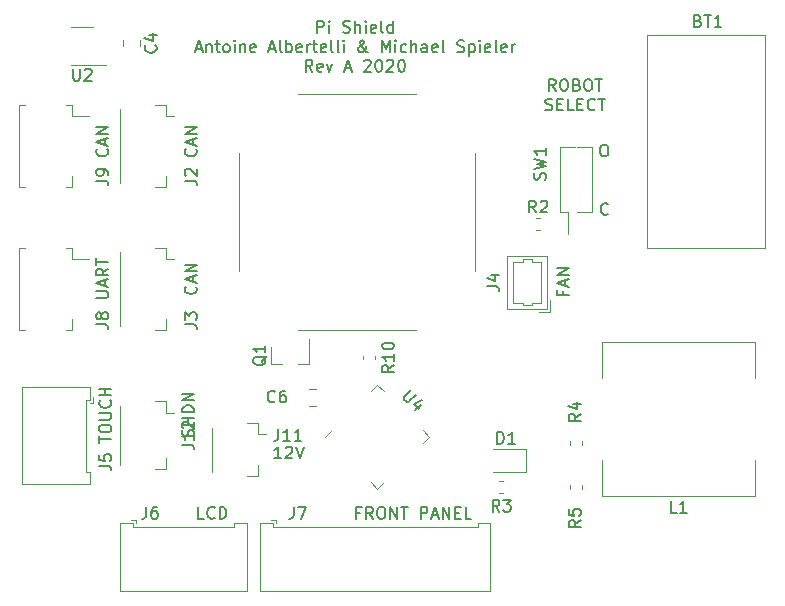
<source format=gto>
%TF.GenerationSoftware,KiCad,Pcbnew,5.1.6*%
%TF.CreationDate,2020-09-14T14:33:22+02:00*%
%TF.ProjectId,pi-shield,70692d73-6869-4656-9c64-2e6b69636164,rev?*%
%TF.SameCoordinates,Original*%
%TF.FileFunction,Legend,Top*%
%TF.FilePolarity,Positive*%
%FSLAX46Y46*%
G04 Gerber Fmt 4.6, Leading zero omitted, Abs format (unit mm)*
G04 Created by KiCad (PCBNEW 5.1.6) date 2020-09-14 14:33:22*
%MOMM*%
%LPD*%
G01*
G04 APERTURE LIST*
%ADD10C,0.150000*%
%ADD11C,0.120000*%
G04 APERTURE END LIST*
D10*
X86604761Y-54277380D02*
X86795238Y-54277380D01*
X86890476Y-54325000D01*
X86985714Y-54420238D01*
X87033333Y-54610714D01*
X87033333Y-54944047D01*
X86985714Y-55134523D01*
X86890476Y-55229761D01*
X86795238Y-55277380D01*
X86604761Y-55277380D01*
X86509523Y-55229761D01*
X86414285Y-55134523D01*
X86366666Y-54944047D01*
X86366666Y-54610714D01*
X86414285Y-54420238D01*
X86509523Y-54325000D01*
X86604761Y-54277380D01*
X87009523Y-60132142D02*
X86961904Y-60179761D01*
X86819047Y-60227380D01*
X86723809Y-60227380D01*
X86580952Y-60179761D01*
X86485714Y-60084523D01*
X86438095Y-59989285D01*
X86390476Y-59798809D01*
X86390476Y-59655952D01*
X86438095Y-59465476D01*
X86485714Y-59370238D01*
X86580952Y-59275000D01*
X86723809Y-59227380D01*
X86819047Y-59227380D01*
X86961904Y-59275000D01*
X87009523Y-59322619D01*
X82580952Y-49727380D02*
X82247619Y-49251190D01*
X82009523Y-49727380D02*
X82009523Y-48727380D01*
X82390476Y-48727380D01*
X82485714Y-48775000D01*
X82533333Y-48822619D01*
X82580952Y-48917857D01*
X82580952Y-49060714D01*
X82533333Y-49155952D01*
X82485714Y-49203571D01*
X82390476Y-49251190D01*
X82009523Y-49251190D01*
X83200000Y-48727380D02*
X83390476Y-48727380D01*
X83485714Y-48775000D01*
X83580952Y-48870238D01*
X83628571Y-49060714D01*
X83628571Y-49394047D01*
X83580952Y-49584523D01*
X83485714Y-49679761D01*
X83390476Y-49727380D01*
X83200000Y-49727380D01*
X83104761Y-49679761D01*
X83009523Y-49584523D01*
X82961904Y-49394047D01*
X82961904Y-49060714D01*
X83009523Y-48870238D01*
X83104761Y-48775000D01*
X83200000Y-48727380D01*
X84390476Y-49203571D02*
X84533333Y-49251190D01*
X84580952Y-49298809D01*
X84628571Y-49394047D01*
X84628571Y-49536904D01*
X84580952Y-49632142D01*
X84533333Y-49679761D01*
X84438095Y-49727380D01*
X84057142Y-49727380D01*
X84057142Y-48727380D01*
X84390476Y-48727380D01*
X84485714Y-48775000D01*
X84533333Y-48822619D01*
X84580952Y-48917857D01*
X84580952Y-49013095D01*
X84533333Y-49108333D01*
X84485714Y-49155952D01*
X84390476Y-49203571D01*
X84057142Y-49203571D01*
X85247619Y-48727380D02*
X85438095Y-48727380D01*
X85533333Y-48775000D01*
X85628571Y-48870238D01*
X85676190Y-49060714D01*
X85676190Y-49394047D01*
X85628571Y-49584523D01*
X85533333Y-49679761D01*
X85438095Y-49727380D01*
X85247619Y-49727380D01*
X85152380Y-49679761D01*
X85057142Y-49584523D01*
X85009523Y-49394047D01*
X85009523Y-49060714D01*
X85057142Y-48870238D01*
X85152380Y-48775000D01*
X85247619Y-48727380D01*
X85961904Y-48727380D02*
X86533333Y-48727380D01*
X86247619Y-49727380D02*
X86247619Y-48727380D01*
X81723809Y-51329761D02*
X81866666Y-51377380D01*
X82104761Y-51377380D01*
X82200000Y-51329761D01*
X82247619Y-51282142D01*
X82295238Y-51186904D01*
X82295238Y-51091666D01*
X82247619Y-50996428D01*
X82200000Y-50948809D01*
X82104761Y-50901190D01*
X81914285Y-50853571D01*
X81819047Y-50805952D01*
X81771428Y-50758333D01*
X81723809Y-50663095D01*
X81723809Y-50567857D01*
X81771428Y-50472619D01*
X81819047Y-50425000D01*
X81914285Y-50377380D01*
X82152380Y-50377380D01*
X82295238Y-50425000D01*
X82723809Y-50853571D02*
X83057142Y-50853571D01*
X83200000Y-51377380D02*
X82723809Y-51377380D01*
X82723809Y-50377380D01*
X83200000Y-50377380D01*
X84104761Y-51377380D02*
X83628571Y-51377380D01*
X83628571Y-50377380D01*
X84438095Y-50853571D02*
X84771428Y-50853571D01*
X84914285Y-51377380D02*
X84438095Y-51377380D01*
X84438095Y-50377380D01*
X84914285Y-50377380D01*
X85914285Y-51282142D02*
X85866666Y-51329761D01*
X85723809Y-51377380D01*
X85628571Y-51377380D01*
X85485714Y-51329761D01*
X85390476Y-51234523D01*
X85342857Y-51139285D01*
X85295238Y-50948809D01*
X85295238Y-50805952D01*
X85342857Y-50615476D01*
X85390476Y-50520238D01*
X85485714Y-50425000D01*
X85628571Y-50377380D01*
X85723809Y-50377380D01*
X85866666Y-50425000D01*
X85914285Y-50472619D01*
X86200000Y-50377380D02*
X86771428Y-50377380D01*
X86485714Y-51377380D02*
X86485714Y-50377380D01*
D11*
X55750000Y-55000000D02*
X55750000Y-65000000D01*
X75750000Y-55000000D02*
X75750000Y-65000000D01*
X60750000Y-70000000D02*
X70750000Y-70000000D01*
X60750000Y-50000000D02*
X70750000Y-50000000D01*
D10*
X83178571Y-66709523D02*
X83178571Y-67042857D01*
X83702380Y-67042857D02*
X82702380Y-67042857D01*
X82702380Y-66566666D01*
X83416666Y-66233333D02*
X83416666Y-65757142D01*
X83702380Y-66328571D02*
X82702380Y-65995238D01*
X83702380Y-65661904D01*
X83702380Y-65328571D02*
X82702380Y-65328571D01*
X83702380Y-64757142D01*
X82702380Y-64757142D01*
X62409523Y-44802380D02*
X62409523Y-43802380D01*
X62790476Y-43802380D01*
X62885714Y-43850000D01*
X62933333Y-43897619D01*
X62980952Y-43992857D01*
X62980952Y-44135714D01*
X62933333Y-44230952D01*
X62885714Y-44278571D01*
X62790476Y-44326190D01*
X62409523Y-44326190D01*
X63409523Y-44802380D02*
X63409523Y-44135714D01*
X63409523Y-43802380D02*
X63361904Y-43850000D01*
X63409523Y-43897619D01*
X63457142Y-43850000D01*
X63409523Y-43802380D01*
X63409523Y-43897619D01*
X64600000Y-44754761D02*
X64742857Y-44802380D01*
X64980952Y-44802380D01*
X65076190Y-44754761D01*
X65123809Y-44707142D01*
X65171428Y-44611904D01*
X65171428Y-44516666D01*
X65123809Y-44421428D01*
X65076190Y-44373809D01*
X64980952Y-44326190D01*
X64790476Y-44278571D01*
X64695238Y-44230952D01*
X64647619Y-44183333D01*
X64600000Y-44088095D01*
X64600000Y-43992857D01*
X64647619Y-43897619D01*
X64695238Y-43850000D01*
X64790476Y-43802380D01*
X65028571Y-43802380D01*
X65171428Y-43850000D01*
X65600000Y-44802380D02*
X65600000Y-43802380D01*
X66028571Y-44802380D02*
X66028571Y-44278571D01*
X65980952Y-44183333D01*
X65885714Y-44135714D01*
X65742857Y-44135714D01*
X65647619Y-44183333D01*
X65600000Y-44230952D01*
X66504761Y-44802380D02*
X66504761Y-44135714D01*
X66504761Y-43802380D02*
X66457142Y-43850000D01*
X66504761Y-43897619D01*
X66552380Y-43850000D01*
X66504761Y-43802380D01*
X66504761Y-43897619D01*
X67361904Y-44754761D02*
X67266666Y-44802380D01*
X67076190Y-44802380D01*
X66980952Y-44754761D01*
X66933333Y-44659523D01*
X66933333Y-44278571D01*
X66980952Y-44183333D01*
X67076190Y-44135714D01*
X67266666Y-44135714D01*
X67361904Y-44183333D01*
X67409523Y-44278571D01*
X67409523Y-44373809D01*
X66933333Y-44469047D01*
X67980952Y-44802380D02*
X67885714Y-44754761D01*
X67838095Y-44659523D01*
X67838095Y-43802380D01*
X68790476Y-44802380D02*
X68790476Y-43802380D01*
X68790476Y-44754761D02*
X68695238Y-44802380D01*
X68504761Y-44802380D01*
X68409523Y-44754761D01*
X68361904Y-44707142D01*
X68314285Y-44611904D01*
X68314285Y-44326190D01*
X68361904Y-44230952D01*
X68409523Y-44183333D01*
X68504761Y-44135714D01*
X68695238Y-44135714D01*
X68790476Y-44183333D01*
X52123809Y-46166666D02*
X52600000Y-46166666D01*
X52028571Y-46452380D02*
X52361904Y-45452380D01*
X52695238Y-46452380D01*
X53028571Y-45785714D02*
X53028571Y-46452380D01*
X53028571Y-45880952D02*
X53076190Y-45833333D01*
X53171428Y-45785714D01*
X53314285Y-45785714D01*
X53409523Y-45833333D01*
X53457142Y-45928571D01*
X53457142Y-46452380D01*
X53790476Y-45785714D02*
X54171428Y-45785714D01*
X53933333Y-45452380D02*
X53933333Y-46309523D01*
X53980952Y-46404761D01*
X54076190Y-46452380D01*
X54171428Y-46452380D01*
X54647619Y-46452380D02*
X54552380Y-46404761D01*
X54504761Y-46357142D01*
X54457142Y-46261904D01*
X54457142Y-45976190D01*
X54504761Y-45880952D01*
X54552380Y-45833333D01*
X54647619Y-45785714D01*
X54790476Y-45785714D01*
X54885714Y-45833333D01*
X54933333Y-45880952D01*
X54980952Y-45976190D01*
X54980952Y-46261904D01*
X54933333Y-46357142D01*
X54885714Y-46404761D01*
X54790476Y-46452380D01*
X54647619Y-46452380D01*
X55409523Y-46452380D02*
X55409523Y-45785714D01*
X55409523Y-45452380D02*
X55361904Y-45500000D01*
X55409523Y-45547619D01*
X55457142Y-45500000D01*
X55409523Y-45452380D01*
X55409523Y-45547619D01*
X55885714Y-45785714D02*
X55885714Y-46452380D01*
X55885714Y-45880952D02*
X55933333Y-45833333D01*
X56028571Y-45785714D01*
X56171428Y-45785714D01*
X56266666Y-45833333D01*
X56314285Y-45928571D01*
X56314285Y-46452380D01*
X57171428Y-46404761D02*
X57076190Y-46452380D01*
X56885714Y-46452380D01*
X56790476Y-46404761D01*
X56742857Y-46309523D01*
X56742857Y-45928571D01*
X56790476Y-45833333D01*
X56885714Y-45785714D01*
X57076190Y-45785714D01*
X57171428Y-45833333D01*
X57219047Y-45928571D01*
X57219047Y-46023809D01*
X56742857Y-46119047D01*
X58361904Y-46166666D02*
X58838095Y-46166666D01*
X58266666Y-46452380D02*
X58600000Y-45452380D01*
X58933333Y-46452380D01*
X59409523Y-46452380D02*
X59314285Y-46404761D01*
X59266666Y-46309523D01*
X59266666Y-45452380D01*
X59790476Y-46452380D02*
X59790476Y-45452380D01*
X59790476Y-45833333D02*
X59885714Y-45785714D01*
X60076190Y-45785714D01*
X60171428Y-45833333D01*
X60219047Y-45880952D01*
X60266666Y-45976190D01*
X60266666Y-46261904D01*
X60219047Y-46357142D01*
X60171428Y-46404761D01*
X60076190Y-46452380D01*
X59885714Y-46452380D01*
X59790476Y-46404761D01*
X61076190Y-46404761D02*
X60980952Y-46452380D01*
X60790476Y-46452380D01*
X60695238Y-46404761D01*
X60647619Y-46309523D01*
X60647619Y-45928571D01*
X60695238Y-45833333D01*
X60790476Y-45785714D01*
X60980952Y-45785714D01*
X61076190Y-45833333D01*
X61123809Y-45928571D01*
X61123809Y-46023809D01*
X60647619Y-46119047D01*
X61552380Y-46452380D02*
X61552380Y-45785714D01*
X61552380Y-45976190D02*
X61600000Y-45880952D01*
X61647619Y-45833333D01*
X61742857Y-45785714D01*
X61838095Y-45785714D01*
X62028571Y-45785714D02*
X62409523Y-45785714D01*
X62171428Y-45452380D02*
X62171428Y-46309523D01*
X62219047Y-46404761D01*
X62314285Y-46452380D01*
X62409523Y-46452380D01*
X63123809Y-46404761D02*
X63028571Y-46452380D01*
X62838095Y-46452380D01*
X62742857Y-46404761D01*
X62695238Y-46309523D01*
X62695238Y-45928571D01*
X62742857Y-45833333D01*
X62838095Y-45785714D01*
X63028571Y-45785714D01*
X63123809Y-45833333D01*
X63171428Y-45928571D01*
X63171428Y-46023809D01*
X62695238Y-46119047D01*
X63742857Y-46452380D02*
X63647619Y-46404761D01*
X63600000Y-46309523D01*
X63600000Y-45452380D01*
X64266666Y-46452380D02*
X64171428Y-46404761D01*
X64123809Y-46309523D01*
X64123809Y-45452380D01*
X64647619Y-46452380D02*
X64647619Y-45785714D01*
X64647619Y-45452380D02*
X64600000Y-45500000D01*
X64647619Y-45547619D01*
X64695238Y-45500000D01*
X64647619Y-45452380D01*
X64647619Y-45547619D01*
X66695238Y-46452380D02*
X66647619Y-46452380D01*
X66552380Y-46404761D01*
X66409523Y-46261904D01*
X66171428Y-45976190D01*
X66076190Y-45833333D01*
X66028571Y-45690476D01*
X66028571Y-45595238D01*
X66076190Y-45500000D01*
X66171428Y-45452380D01*
X66219047Y-45452380D01*
X66314285Y-45500000D01*
X66361904Y-45595238D01*
X66361904Y-45642857D01*
X66314285Y-45738095D01*
X66266666Y-45785714D01*
X65980952Y-45976190D01*
X65933333Y-46023809D01*
X65885714Y-46119047D01*
X65885714Y-46261904D01*
X65933333Y-46357142D01*
X65980952Y-46404761D01*
X66076190Y-46452380D01*
X66219047Y-46452380D01*
X66314285Y-46404761D01*
X66361904Y-46357142D01*
X66504761Y-46166666D01*
X66552380Y-46023809D01*
X66552380Y-45928571D01*
X67885714Y-46452380D02*
X67885714Y-45452380D01*
X68219047Y-46166666D01*
X68552380Y-45452380D01*
X68552380Y-46452380D01*
X69028571Y-46452380D02*
X69028571Y-45785714D01*
X69028571Y-45452380D02*
X68980952Y-45500000D01*
X69028571Y-45547619D01*
X69076190Y-45500000D01*
X69028571Y-45452380D01*
X69028571Y-45547619D01*
X69933333Y-46404761D02*
X69838095Y-46452380D01*
X69647619Y-46452380D01*
X69552380Y-46404761D01*
X69504761Y-46357142D01*
X69457142Y-46261904D01*
X69457142Y-45976190D01*
X69504761Y-45880952D01*
X69552380Y-45833333D01*
X69647619Y-45785714D01*
X69838095Y-45785714D01*
X69933333Y-45833333D01*
X70361904Y-46452380D02*
X70361904Y-45452380D01*
X70790476Y-46452380D02*
X70790476Y-45928571D01*
X70742857Y-45833333D01*
X70647619Y-45785714D01*
X70504761Y-45785714D01*
X70409523Y-45833333D01*
X70361904Y-45880952D01*
X71695238Y-46452380D02*
X71695238Y-45928571D01*
X71647619Y-45833333D01*
X71552380Y-45785714D01*
X71361904Y-45785714D01*
X71266666Y-45833333D01*
X71695238Y-46404761D02*
X71600000Y-46452380D01*
X71361904Y-46452380D01*
X71266666Y-46404761D01*
X71219047Y-46309523D01*
X71219047Y-46214285D01*
X71266666Y-46119047D01*
X71361904Y-46071428D01*
X71600000Y-46071428D01*
X71695238Y-46023809D01*
X72552380Y-46404761D02*
X72457142Y-46452380D01*
X72266666Y-46452380D01*
X72171428Y-46404761D01*
X72123809Y-46309523D01*
X72123809Y-45928571D01*
X72171428Y-45833333D01*
X72266666Y-45785714D01*
X72457142Y-45785714D01*
X72552380Y-45833333D01*
X72600000Y-45928571D01*
X72600000Y-46023809D01*
X72123809Y-46119047D01*
X73171428Y-46452380D02*
X73076190Y-46404761D01*
X73028571Y-46309523D01*
X73028571Y-45452380D01*
X74266666Y-46404761D02*
X74409523Y-46452380D01*
X74647619Y-46452380D01*
X74742857Y-46404761D01*
X74790476Y-46357142D01*
X74838095Y-46261904D01*
X74838095Y-46166666D01*
X74790476Y-46071428D01*
X74742857Y-46023809D01*
X74647619Y-45976190D01*
X74457142Y-45928571D01*
X74361904Y-45880952D01*
X74314285Y-45833333D01*
X74266666Y-45738095D01*
X74266666Y-45642857D01*
X74314285Y-45547619D01*
X74361904Y-45500000D01*
X74457142Y-45452380D01*
X74695238Y-45452380D01*
X74838095Y-45500000D01*
X75266666Y-45785714D02*
X75266666Y-46785714D01*
X75266666Y-45833333D02*
X75361904Y-45785714D01*
X75552380Y-45785714D01*
X75647619Y-45833333D01*
X75695238Y-45880952D01*
X75742857Y-45976190D01*
X75742857Y-46261904D01*
X75695238Y-46357142D01*
X75647619Y-46404761D01*
X75552380Y-46452380D01*
X75361904Y-46452380D01*
X75266666Y-46404761D01*
X76171428Y-46452380D02*
X76171428Y-45785714D01*
X76171428Y-45452380D02*
X76123809Y-45500000D01*
X76171428Y-45547619D01*
X76219047Y-45500000D01*
X76171428Y-45452380D01*
X76171428Y-45547619D01*
X77028571Y-46404761D02*
X76933333Y-46452380D01*
X76742857Y-46452380D01*
X76647619Y-46404761D01*
X76600000Y-46309523D01*
X76600000Y-45928571D01*
X76647619Y-45833333D01*
X76742857Y-45785714D01*
X76933333Y-45785714D01*
X77028571Y-45833333D01*
X77076190Y-45928571D01*
X77076190Y-46023809D01*
X76600000Y-46119047D01*
X77647619Y-46452380D02*
X77552380Y-46404761D01*
X77504761Y-46309523D01*
X77504761Y-45452380D01*
X78409523Y-46404761D02*
X78314285Y-46452380D01*
X78123809Y-46452380D01*
X78028571Y-46404761D01*
X77980952Y-46309523D01*
X77980952Y-45928571D01*
X78028571Y-45833333D01*
X78123809Y-45785714D01*
X78314285Y-45785714D01*
X78409523Y-45833333D01*
X78457142Y-45928571D01*
X78457142Y-46023809D01*
X77980952Y-46119047D01*
X78885714Y-46452380D02*
X78885714Y-45785714D01*
X78885714Y-45976190D02*
X78933333Y-45880952D01*
X78980952Y-45833333D01*
X79076190Y-45785714D01*
X79171428Y-45785714D01*
X62004761Y-48102380D02*
X61671428Y-47626190D01*
X61433333Y-48102380D02*
X61433333Y-47102380D01*
X61814285Y-47102380D01*
X61909523Y-47150000D01*
X61957142Y-47197619D01*
X62004761Y-47292857D01*
X62004761Y-47435714D01*
X61957142Y-47530952D01*
X61909523Y-47578571D01*
X61814285Y-47626190D01*
X61433333Y-47626190D01*
X62814285Y-48054761D02*
X62719047Y-48102380D01*
X62528571Y-48102380D01*
X62433333Y-48054761D01*
X62385714Y-47959523D01*
X62385714Y-47578571D01*
X62433333Y-47483333D01*
X62528571Y-47435714D01*
X62719047Y-47435714D01*
X62814285Y-47483333D01*
X62861904Y-47578571D01*
X62861904Y-47673809D01*
X62385714Y-47769047D01*
X63195238Y-47435714D02*
X63433333Y-48102380D01*
X63671428Y-47435714D01*
X64766666Y-47816666D02*
X65242857Y-47816666D01*
X64671428Y-48102380D02*
X65004761Y-47102380D01*
X65338095Y-48102380D01*
X66385714Y-47197619D02*
X66433333Y-47150000D01*
X66528571Y-47102380D01*
X66766666Y-47102380D01*
X66861904Y-47150000D01*
X66909523Y-47197619D01*
X66957142Y-47292857D01*
X66957142Y-47388095D01*
X66909523Y-47530952D01*
X66338095Y-48102380D01*
X66957142Y-48102380D01*
X67576190Y-47102380D02*
X67671428Y-47102380D01*
X67766666Y-47150000D01*
X67814285Y-47197619D01*
X67861904Y-47292857D01*
X67909523Y-47483333D01*
X67909523Y-47721428D01*
X67861904Y-47911904D01*
X67814285Y-48007142D01*
X67766666Y-48054761D01*
X67671428Y-48102380D01*
X67576190Y-48102380D01*
X67480952Y-48054761D01*
X67433333Y-48007142D01*
X67385714Y-47911904D01*
X67338095Y-47721428D01*
X67338095Y-47483333D01*
X67385714Y-47292857D01*
X67433333Y-47197619D01*
X67480952Y-47150000D01*
X67576190Y-47102380D01*
X68290476Y-47197619D02*
X68338095Y-47150000D01*
X68433333Y-47102380D01*
X68671428Y-47102380D01*
X68766666Y-47150000D01*
X68814285Y-47197619D01*
X68861904Y-47292857D01*
X68861904Y-47388095D01*
X68814285Y-47530952D01*
X68242857Y-48102380D01*
X68861904Y-48102380D01*
X69480952Y-47102380D02*
X69576190Y-47102380D01*
X69671428Y-47150000D01*
X69719047Y-47197619D01*
X69766666Y-47292857D01*
X69814285Y-47483333D01*
X69814285Y-47721428D01*
X69766666Y-47911904D01*
X69719047Y-48007142D01*
X69671428Y-48054761D01*
X69576190Y-48102380D01*
X69480952Y-48102380D01*
X69385714Y-48054761D01*
X69338095Y-48007142D01*
X69290476Y-47911904D01*
X69242857Y-47721428D01*
X69242857Y-47483333D01*
X69290476Y-47292857D01*
X69338095Y-47197619D01*
X69385714Y-47150000D01*
X69480952Y-47102380D01*
X44607142Y-54642857D02*
X44654761Y-54690476D01*
X44702380Y-54833333D01*
X44702380Y-54928571D01*
X44654761Y-55071428D01*
X44559523Y-55166666D01*
X44464285Y-55214285D01*
X44273809Y-55261904D01*
X44130952Y-55261904D01*
X43940476Y-55214285D01*
X43845238Y-55166666D01*
X43750000Y-55071428D01*
X43702380Y-54928571D01*
X43702380Y-54833333D01*
X43750000Y-54690476D01*
X43797619Y-54642857D01*
X44416666Y-54261904D02*
X44416666Y-53785714D01*
X44702380Y-54357142D02*
X43702380Y-54023809D01*
X44702380Y-53690476D01*
X44702380Y-53357142D02*
X43702380Y-53357142D01*
X44702380Y-52785714D01*
X43702380Y-52785714D01*
X52107142Y-54642857D02*
X52154761Y-54690476D01*
X52202380Y-54833333D01*
X52202380Y-54928571D01*
X52154761Y-55071428D01*
X52059523Y-55166666D01*
X51964285Y-55214285D01*
X51773809Y-55261904D01*
X51630952Y-55261904D01*
X51440476Y-55214285D01*
X51345238Y-55166666D01*
X51250000Y-55071428D01*
X51202380Y-54928571D01*
X51202380Y-54833333D01*
X51250000Y-54690476D01*
X51297619Y-54642857D01*
X51916666Y-54261904D02*
X51916666Y-53785714D01*
X52202380Y-54357142D02*
X51202380Y-54023809D01*
X52202380Y-53690476D01*
X52202380Y-53357142D02*
X51202380Y-53357142D01*
X52202380Y-52785714D01*
X51202380Y-52785714D01*
X52107142Y-66292857D02*
X52154761Y-66340476D01*
X52202380Y-66483333D01*
X52202380Y-66578571D01*
X52154761Y-66721428D01*
X52059523Y-66816666D01*
X51964285Y-66864285D01*
X51773809Y-66911904D01*
X51630952Y-66911904D01*
X51440476Y-66864285D01*
X51345238Y-66816666D01*
X51250000Y-66721428D01*
X51202380Y-66578571D01*
X51202380Y-66483333D01*
X51250000Y-66340476D01*
X51297619Y-66292857D01*
X51916666Y-65911904D02*
X51916666Y-65435714D01*
X52202380Y-66007142D02*
X51202380Y-65673809D01*
X52202380Y-65340476D01*
X52202380Y-65007142D02*
X51202380Y-65007142D01*
X52202380Y-64435714D01*
X51202380Y-64435714D01*
X43702380Y-67245238D02*
X44511904Y-67245238D01*
X44607142Y-67197619D01*
X44654761Y-67150000D01*
X44702380Y-67054761D01*
X44702380Y-66864285D01*
X44654761Y-66769047D01*
X44607142Y-66721428D01*
X44511904Y-66673809D01*
X43702380Y-66673809D01*
X44416666Y-66245238D02*
X44416666Y-65769047D01*
X44702380Y-66340476D02*
X43702380Y-66007142D01*
X44702380Y-65673809D01*
X44702380Y-64769047D02*
X44226190Y-65102380D01*
X44702380Y-65340476D02*
X43702380Y-65340476D01*
X43702380Y-64959523D01*
X43750000Y-64864285D01*
X43797619Y-64816666D01*
X43892857Y-64769047D01*
X44035714Y-64769047D01*
X44130952Y-64816666D01*
X44178571Y-64864285D01*
X44226190Y-64959523D01*
X44226190Y-65340476D01*
X43702380Y-64483333D02*
X43702380Y-63911904D01*
X44702380Y-64197619D02*
X43702380Y-64197619D01*
X43952380Y-79507142D02*
X43952380Y-78935714D01*
X44952380Y-79221428D02*
X43952380Y-79221428D01*
X43952380Y-78411904D02*
X43952380Y-78221428D01*
X44000000Y-78126190D01*
X44095238Y-78030952D01*
X44285714Y-77983333D01*
X44619047Y-77983333D01*
X44809523Y-78030952D01*
X44904761Y-78126190D01*
X44952380Y-78221428D01*
X44952380Y-78411904D01*
X44904761Y-78507142D01*
X44809523Y-78602380D01*
X44619047Y-78650000D01*
X44285714Y-78650000D01*
X44095238Y-78602380D01*
X44000000Y-78507142D01*
X43952380Y-78411904D01*
X43952380Y-77554761D02*
X44761904Y-77554761D01*
X44857142Y-77507142D01*
X44904761Y-77459523D01*
X44952380Y-77364285D01*
X44952380Y-77173809D01*
X44904761Y-77078571D01*
X44857142Y-77030952D01*
X44761904Y-76983333D01*
X43952380Y-76983333D01*
X44857142Y-75935714D02*
X44904761Y-75983333D01*
X44952380Y-76126190D01*
X44952380Y-76221428D01*
X44904761Y-76364285D01*
X44809523Y-76459523D01*
X44714285Y-76507142D01*
X44523809Y-76554761D01*
X44380952Y-76554761D01*
X44190476Y-76507142D01*
X44095238Y-76459523D01*
X44000000Y-76364285D01*
X43952380Y-76221428D01*
X43952380Y-76126190D01*
X44000000Y-75983333D01*
X44047619Y-75935714D01*
X44952380Y-75507142D02*
X43952380Y-75507142D01*
X44428571Y-75507142D02*
X44428571Y-74935714D01*
X44952380Y-74935714D02*
X43952380Y-74935714D01*
X51904761Y-78983333D02*
X51952380Y-78840476D01*
X51952380Y-78602380D01*
X51904761Y-78507142D01*
X51857142Y-78459523D01*
X51761904Y-78411904D01*
X51666666Y-78411904D01*
X51571428Y-78459523D01*
X51523809Y-78507142D01*
X51476190Y-78602380D01*
X51428571Y-78792857D01*
X51380952Y-78888095D01*
X51333333Y-78935714D01*
X51238095Y-78983333D01*
X51142857Y-78983333D01*
X51047619Y-78935714D01*
X51000000Y-78888095D01*
X50952380Y-78792857D01*
X50952380Y-78554761D01*
X51000000Y-78411904D01*
X51952380Y-77983333D02*
X50952380Y-77983333D01*
X51428571Y-77983333D02*
X51428571Y-77411904D01*
X51952380Y-77411904D02*
X50952380Y-77411904D01*
X51952380Y-76935714D02*
X50952380Y-76935714D01*
X50952380Y-76697619D01*
X51000000Y-76554761D01*
X51095238Y-76459523D01*
X51190476Y-76411904D01*
X51380952Y-76364285D01*
X51523809Y-76364285D01*
X51714285Y-76411904D01*
X51809523Y-76459523D01*
X51904761Y-76554761D01*
X51952380Y-76697619D01*
X51952380Y-76935714D01*
X51952380Y-75935714D02*
X50952380Y-75935714D01*
X51952380Y-75364285D01*
X50952380Y-75364285D01*
X59359404Y-80852380D02*
X58787976Y-80852380D01*
X59073690Y-80852380D02*
X59073690Y-79852380D01*
X58978452Y-79995238D01*
X58883214Y-80090476D01*
X58787976Y-80138095D01*
X59740357Y-79947619D02*
X59787976Y-79900000D01*
X59883214Y-79852380D01*
X60121309Y-79852380D01*
X60216547Y-79900000D01*
X60264166Y-79947619D01*
X60311785Y-80042857D01*
X60311785Y-80138095D01*
X60264166Y-80280952D01*
X59692738Y-80852380D01*
X60311785Y-80852380D01*
X60597500Y-79852380D02*
X60930833Y-80852380D01*
X61264166Y-79852380D01*
X66023809Y-85428571D02*
X65690476Y-85428571D01*
X65690476Y-85952380D02*
X65690476Y-84952380D01*
X66166666Y-84952380D01*
X67119047Y-85952380D02*
X66785714Y-85476190D01*
X66547619Y-85952380D02*
X66547619Y-84952380D01*
X66928571Y-84952380D01*
X67023809Y-85000000D01*
X67071428Y-85047619D01*
X67119047Y-85142857D01*
X67119047Y-85285714D01*
X67071428Y-85380952D01*
X67023809Y-85428571D01*
X66928571Y-85476190D01*
X66547619Y-85476190D01*
X67738095Y-84952380D02*
X67928571Y-84952380D01*
X68023809Y-85000000D01*
X68119047Y-85095238D01*
X68166666Y-85285714D01*
X68166666Y-85619047D01*
X68119047Y-85809523D01*
X68023809Y-85904761D01*
X67928571Y-85952380D01*
X67738095Y-85952380D01*
X67642857Y-85904761D01*
X67547619Y-85809523D01*
X67500000Y-85619047D01*
X67500000Y-85285714D01*
X67547619Y-85095238D01*
X67642857Y-85000000D01*
X67738095Y-84952380D01*
X68595238Y-85952380D02*
X68595238Y-84952380D01*
X69166666Y-85952380D01*
X69166666Y-84952380D01*
X69500000Y-84952380D02*
X70071428Y-84952380D01*
X69785714Y-85952380D02*
X69785714Y-84952380D01*
X71166666Y-85952380D02*
X71166666Y-84952380D01*
X71547619Y-84952380D01*
X71642857Y-85000000D01*
X71690476Y-85047619D01*
X71738095Y-85142857D01*
X71738095Y-85285714D01*
X71690476Y-85380952D01*
X71642857Y-85428571D01*
X71547619Y-85476190D01*
X71166666Y-85476190D01*
X72119047Y-85666666D02*
X72595238Y-85666666D01*
X72023809Y-85952380D02*
X72357142Y-84952380D01*
X72690476Y-85952380D01*
X73023809Y-85952380D02*
X73023809Y-84952380D01*
X73595238Y-85952380D01*
X73595238Y-84952380D01*
X74071428Y-85428571D02*
X74404761Y-85428571D01*
X74547619Y-85952380D02*
X74071428Y-85952380D01*
X74071428Y-84952380D01*
X74547619Y-84952380D01*
X75452380Y-85952380D02*
X74976190Y-85952380D01*
X74976190Y-84952380D01*
X52809523Y-85952380D02*
X52333333Y-85952380D01*
X52333333Y-84952380D01*
X53714285Y-85857142D02*
X53666666Y-85904761D01*
X53523809Y-85952380D01*
X53428571Y-85952380D01*
X53285714Y-85904761D01*
X53190476Y-85809523D01*
X53142857Y-85714285D01*
X53095238Y-85523809D01*
X53095238Y-85380952D01*
X53142857Y-85190476D01*
X53190476Y-85095238D01*
X53285714Y-85000000D01*
X53428571Y-84952380D01*
X53523809Y-84952380D01*
X53666666Y-85000000D01*
X53714285Y-85047619D01*
X54142857Y-85952380D02*
X54142857Y-84952380D01*
X54380952Y-84952380D01*
X54523809Y-85000000D01*
X54619047Y-85095238D01*
X54666666Y-85190476D01*
X54714285Y-85380952D01*
X54714285Y-85523809D01*
X54666666Y-85714285D01*
X54619047Y-85809523D01*
X54523809Y-85904761D01*
X54380952Y-85952380D01*
X54142857Y-85952380D01*
D11*
%TO.C,BT1*%
X90350000Y-45000000D02*
X100350000Y-45000000D01*
X90350000Y-63000000D02*
X90350000Y-45000000D01*
X100350000Y-63000000D02*
X90350000Y-63000000D01*
X100350000Y-45000000D02*
X100350000Y-63000000D01*
%TO.C,L1*%
X86500000Y-84000000D02*
X86500000Y-81000000D01*
X99500000Y-84000000D02*
X86500000Y-84000000D01*
X99500000Y-81000000D02*
X99500000Y-84000000D01*
X99500000Y-71000000D02*
X99500000Y-74000000D01*
X86500000Y-71000000D02*
X99500000Y-71000000D01*
X86500000Y-71000000D02*
X86500000Y-74000000D01*
%TO.C,U2*%
X43400000Y-44290000D02*
X41600000Y-44290000D01*
X41600000Y-47510000D02*
X44550000Y-47510000D01*
%TO.C,C4*%
X47410000Y-45438748D02*
X47410000Y-45961252D01*
X45990000Y-45438748D02*
X45990000Y-45961252D01*
%TO.C,C6*%
X62261252Y-74990000D02*
X61738748Y-74990000D01*
X62261252Y-76410000D02*
X61738748Y-76410000D01*
%TO.C,D1*%
X77250000Y-81960000D02*
X80110000Y-81960000D01*
X80110000Y-81960000D02*
X80110000Y-80040000D01*
X80110000Y-80040000D02*
X77250000Y-80040000D01*
%TO.C,J4*%
X78440000Y-68160000D02*
X81860000Y-68160000D01*
X81860000Y-68160000D02*
X81860000Y-63690000D01*
X81860000Y-63690000D02*
X78440000Y-63690000D01*
X78440000Y-63690000D02*
X78440000Y-68160000D01*
X81350000Y-65925000D02*
X81350000Y-67650000D01*
X81350000Y-67650000D02*
X80600000Y-67650000D01*
X80600000Y-67650000D02*
X80600000Y-67850000D01*
X80600000Y-67850000D02*
X79800000Y-67850000D01*
X79800000Y-67850000D02*
X79800000Y-67650000D01*
X79800000Y-67650000D02*
X78950000Y-67650000D01*
X78950000Y-67650000D02*
X78950000Y-65925000D01*
X81350000Y-65925000D02*
X81350000Y-64200000D01*
X81350000Y-64200000D02*
X80600000Y-64200000D01*
X80600000Y-64200000D02*
X80600000Y-64000000D01*
X80600000Y-64000000D02*
X79800000Y-64000000D01*
X79800000Y-64000000D02*
X79800000Y-64200000D01*
X79800000Y-64200000D02*
X78950000Y-64200000D01*
X78950000Y-64200000D02*
X78950000Y-65925000D01*
X82150000Y-68450000D02*
X81150000Y-68450000D01*
X82150000Y-68450000D02*
X82150000Y-67450000D01*
%TO.C,U4*%
X66969670Y-75132126D02*
X67500000Y-74601796D01*
X67500000Y-74601796D02*
X68030330Y-75132126D01*
X68030330Y-82867874D02*
X67500000Y-83398204D01*
X67500000Y-83398204D02*
X66969670Y-82867874D01*
X71367874Y-79530330D02*
X71898204Y-79000000D01*
X71898204Y-79000000D02*
X71367874Y-78469670D01*
X63632126Y-78469670D02*
X63101796Y-79000000D01*
%TO.C,J5*%
X37440000Y-83035000D02*
X37440000Y-78925000D01*
X43160000Y-83035000D02*
X37440000Y-83035000D01*
X43160000Y-81965000D02*
X43160000Y-83035000D01*
X42860000Y-81965000D02*
X43160000Y-81965000D01*
X42860000Y-78925000D02*
X42860000Y-81965000D01*
X37440000Y-74815000D02*
X37440000Y-78925000D01*
X43160000Y-74815000D02*
X37440000Y-74815000D01*
X43160000Y-75885000D02*
X43160000Y-74815000D01*
X42860000Y-75885000D02*
X43160000Y-75885000D01*
X42860000Y-78925000D02*
X42860000Y-75885000D01*
X43450000Y-76175000D02*
X43450000Y-75675000D01*
X43150000Y-76175000D02*
X43450000Y-76175000D01*
%TO.C,SW1*%
X85630000Y-59960000D02*
X85630000Y-54440000D01*
X83620000Y-61810000D02*
X83620000Y-59960000D01*
X82970000Y-59960000D02*
X83620000Y-59960000D01*
X82970000Y-59960000D02*
X82970000Y-54440000D01*
X82970000Y-54440000D02*
X84239000Y-54440000D01*
X84361000Y-59960000D02*
X85630000Y-59960000D01*
X84361000Y-54440000D02*
X85630000Y-54440000D01*
%TO.C,J8*%
X41160000Y-63015000D02*
X41610000Y-63015000D01*
X41610000Y-63015000D02*
X41610000Y-63965000D01*
X41610000Y-63965000D02*
X43100000Y-63965000D01*
X41160000Y-69985000D02*
X41610000Y-69985000D01*
X41610000Y-69985000D02*
X41610000Y-69035000D01*
X37640000Y-63015000D02*
X37190000Y-63015000D01*
X37190000Y-63015000D02*
X37190000Y-69985000D01*
X37190000Y-69985000D02*
X37640000Y-69985000D01*
%TO.C,J9*%
X37190000Y-57885000D02*
X37640000Y-57885000D01*
X37190000Y-50915000D02*
X37190000Y-57885000D01*
X37640000Y-50915000D02*
X37190000Y-50915000D01*
X41610000Y-57885000D02*
X41610000Y-56935000D01*
X41160000Y-57885000D02*
X41610000Y-57885000D01*
X41610000Y-51865000D02*
X43100000Y-51865000D01*
X41610000Y-50915000D02*
X41610000Y-51865000D01*
X41160000Y-50915000D02*
X41610000Y-50915000D01*
%TO.C,Q1*%
X58520000Y-72860000D02*
X59450000Y-72860000D01*
X61680000Y-72860000D02*
X60750000Y-72860000D01*
X61680000Y-72860000D02*
X61680000Y-70700000D01*
X58520000Y-72860000D02*
X58520000Y-71400000D01*
%TO.C,J2*%
X45690000Y-51285000D02*
X45690000Y-57515000D01*
X49610000Y-57885000D02*
X49610000Y-56935000D01*
X48660000Y-57885000D02*
X49610000Y-57885000D01*
X49610000Y-51865000D02*
X50300000Y-51865000D01*
X49610000Y-50915000D02*
X49610000Y-51865000D01*
X48660000Y-50915000D02*
X49610000Y-50915000D01*
%TO.C,J3*%
X48660000Y-63015000D02*
X49610000Y-63015000D01*
X49610000Y-63015000D02*
X49610000Y-63965000D01*
X49610000Y-63965000D02*
X50300000Y-63965000D01*
X48660000Y-69985000D02*
X49610000Y-69985000D01*
X49610000Y-69985000D02*
X49610000Y-69035000D01*
X45690000Y-63385000D02*
X45690000Y-69615000D01*
%TO.C,J6*%
X56460000Y-92060000D02*
X51100000Y-92060000D01*
X56460000Y-86340000D02*
X56460000Y-92060000D01*
X55390000Y-86340000D02*
X56460000Y-86340000D01*
X55390000Y-86640000D02*
X55390000Y-86340000D01*
X51100000Y-86640000D02*
X55390000Y-86640000D01*
X45740000Y-92060000D02*
X51100000Y-92060000D01*
X45740000Y-86340000D02*
X45740000Y-92060000D01*
X46810000Y-86340000D02*
X45740000Y-86340000D01*
X46810000Y-86640000D02*
X46810000Y-86340000D01*
X51100000Y-86640000D02*
X46810000Y-86640000D01*
X47100000Y-86050000D02*
X46600000Y-86050000D01*
X47100000Y-86350000D02*
X47100000Y-86050000D01*
%TO.C,J7*%
X77060000Y-92060000D02*
X67325000Y-92060000D01*
X77060000Y-86340000D02*
X77060000Y-92060000D01*
X75990000Y-86340000D02*
X77060000Y-86340000D01*
X75990000Y-86640000D02*
X75990000Y-86340000D01*
X67325000Y-86640000D02*
X75990000Y-86640000D01*
X57590000Y-92060000D02*
X67325000Y-92060000D01*
X57590000Y-86340000D02*
X57590000Y-92060000D01*
X58660000Y-86340000D02*
X57590000Y-86340000D01*
X58660000Y-86640000D02*
X58660000Y-86340000D01*
X67325000Y-86640000D02*
X58660000Y-86640000D01*
X58950000Y-86050000D02*
X58450000Y-86050000D01*
X58950000Y-86350000D02*
X58950000Y-86050000D01*
%TO.C,J11*%
X56460000Y-77865000D02*
X57410000Y-77865000D01*
X57410000Y-77865000D02*
X57410000Y-78815000D01*
X57410000Y-78815000D02*
X58100000Y-78815000D01*
X56460000Y-82335000D02*
X57410000Y-82335000D01*
X57410000Y-82335000D02*
X57410000Y-81385000D01*
X53490000Y-78235000D02*
X53490000Y-81965000D01*
%TO.C,R10*%
X66290000Y-72462779D02*
X66290000Y-72137221D01*
X67310000Y-72462779D02*
X67310000Y-72137221D01*
%TO.C,R2*%
X80937221Y-60490000D02*
X81262779Y-60490000D01*
X80937221Y-61510000D02*
X81262779Y-61510000D01*
%TO.C,R3*%
X78162779Y-83760000D02*
X77837221Y-83760000D01*
X78162779Y-82740000D02*
X77837221Y-82740000D01*
%TO.C,R4*%
X83790000Y-79387221D02*
X83790000Y-79712779D01*
X84810000Y-79387221D02*
X84810000Y-79712779D01*
%TO.C,R5*%
X84810000Y-83137221D02*
X84810000Y-83462779D01*
X83790000Y-83137221D02*
X83790000Y-83462779D01*
%TO.C,J12*%
X45690000Y-76385000D02*
X45690000Y-81365000D01*
X49610000Y-81735000D02*
X49610000Y-80785000D01*
X48660000Y-81735000D02*
X49610000Y-81735000D01*
X49610000Y-76965000D02*
X50300000Y-76965000D01*
X49610000Y-76015000D02*
X49610000Y-76965000D01*
X48660000Y-76015000D02*
X49610000Y-76015000D01*
%TO.C,BT1*%
D10*
X94664285Y-43778571D02*
X94807142Y-43826190D01*
X94854761Y-43873809D01*
X94902380Y-43969047D01*
X94902380Y-44111904D01*
X94854761Y-44207142D01*
X94807142Y-44254761D01*
X94711904Y-44302380D01*
X94330952Y-44302380D01*
X94330952Y-43302380D01*
X94664285Y-43302380D01*
X94759523Y-43350000D01*
X94807142Y-43397619D01*
X94854761Y-43492857D01*
X94854761Y-43588095D01*
X94807142Y-43683333D01*
X94759523Y-43730952D01*
X94664285Y-43778571D01*
X94330952Y-43778571D01*
X95188095Y-43302380D02*
X95759523Y-43302380D01*
X95473809Y-44302380D02*
X95473809Y-43302380D01*
X96616666Y-44302380D02*
X96045238Y-44302380D01*
X96330952Y-44302380D02*
X96330952Y-43302380D01*
X96235714Y-43445238D01*
X96140476Y-43540476D01*
X96045238Y-43588095D01*
%TO.C,L1*%
X92833333Y-85452380D02*
X92357142Y-85452380D01*
X92357142Y-84452380D01*
X93690476Y-85452380D02*
X93119047Y-85452380D01*
X93404761Y-85452380D02*
X93404761Y-84452380D01*
X93309523Y-84595238D01*
X93214285Y-84690476D01*
X93119047Y-84738095D01*
%TO.C,U2*%
X41738095Y-47852380D02*
X41738095Y-48661904D01*
X41785714Y-48757142D01*
X41833333Y-48804761D01*
X41928571Y-48852380D01*
X42119047Y-48852380D01*
X42214285Y-48804761D01*
X42261904Y-48757142D01*
X42309523Y-48661904D01*
X42309523Y-47852380D01*
X42738095Y-47947619D02*
X42785714Y-47900000D01*
X42880952Y-47852380D01*
X43119047Y-47852380D01*
X43214285Y-47900000D01*
X43261904Y-47947619D01*
X43309523Y-48042857D01*
X43309523Y-48138095D01*
X43261904Y-48280952D01*
X42690476Y-48852380D01*
X43309523Y-48852380D01*
%TO.C,C4*%
X48707142Y-45866666D02*
X48754761Y-45914285D01*
X48802380Y-46057142D01*
X48802380Y-46152380D01*
X48754761Y-46295238D01*
X48659523Y-46390476D01*
X48564285Y-46438095D01*
X48373809Y-46485714D01*
X48230952Y-46485714D01*
X48040476Y-46438095D01*
X47945238Y-46390476D01*
X47850000Y-46295238D01*
X47802380Y-46152380D01*
X47802380Y-46057142D01*
X47850000Y-45914285D01*
X47897619Y-45866666D01*
X48135714Y-45009523D02*
X48802380Y-45009523D01*
X47754761Y-45247619D02*
X48469047Y-45485714D01*
X48469047Y-44866666D01*
%TO.C,C6*%
X58833333Y-76007142D02*
X58785714Y-76054761D01*
X58642857Y-76102380D01*
X58547619Y-76102380D01*
X58404761Y-76054761D01*
X58309523Y-75959523D01*
X58261904Y-75864285D01*
X58214285Y-75673809D01*
X58214285Y-75530952D01*
X58261904Y-75340476D01*
X58309523Y-75245238D01*
X58404761Y-75150000D01*
X58547619Y-75102380D01*
X58642857Y-75102380D01*
X58785714Y-75150000D01*
X58833333Y-75197619D01*
X59690476Y-75102380D02*
X59500000Y-75102380D01*
X59404761Y-75150000D01*
X59357142Y-75197619D01*
X59261904Y-75340476D01*
X59214285Y-75530952D01*
X59214285Y-75911904D01*
X59261904Y-76007142D01*
X59309523Y-76054761D01*
X59404761Y-76102380D01*
X59595238Y-76102380D01*
X59690476Y-76054761D01*
X59738095Y-76007142D01*
X59785714Y-75911904D01*
X59785714Y-75673809D01*
X59738095Y-75578571D01*
X59690476Y-75530952D01*
X59595238Y-75483333D01*
X59404761Y-75483333D01*
X59309523Y-75530952D01*
X59261904Y-75578571D01*
X59214285Y-75673809D01*
%TO.C,D1*%
X77636904Y-79602380D02*
X77636904Y-78602380D01*
X77875000Y-78602380D01*
X78017857Y-78650000D01*
X78113095Y-78745238D01*
X78160714Y-78840476D01*
X78208333Y-79030952D01*
X78208333Y-79173809D01*
X78160714Y-79364285D01*
X78113095Y-79459523D01*
X78017857Y-79554761D01*
X77875000Y-79602380D01*
X77636904Y-79602380D01*
X79160714Y-79602380D02*
X78589285Y-79602380D01*
X78875000Y-79602380D02*
X78875000Y-78602380D01*
X78779761Y-78745238D01*
X78684523Y-78840476D01*
X78589285Y-78888095D01*
%TO.C,J4*%
X76802380Y-66263333D02*
X77516666Y-66263333D01*
X77659523Y-66310952D01*
X77754761Y-66406190D01*
X77802380Y-66549047D01*
X77802380Y-66644285D01*
X77135714Y-65358571D02*
X77802380Y-65358571D01*
X76754761Y-65596666D02*
X77469047Y-65834761D01*
X77469047Y-65215714D01*
%TO.C,U4*%
X70348477Y-75033467D02*
X69776057Y-75605887D01*
X69742385Y-75706902D01*
X69742385Y-75774246D01*
X69776057Y-75875261D01*
X69910744Y-76009948D01*
X70011759Y-76043620D01*
X70079103Y-76043620D01*
X70180118Y-76009948D01*
X70752538Y-75437528D01*
X71156599Y-76312994D02*
X70685194Y-76784398D01*
X71257614Y-75875261D02*
X70584179Y-76211979D01*
X71021912Y-76649711D01*
%TO.C,J5*%
X43952380Y-81483333D02*
X44666666Y-81483333D01*
X44809523Y-81530952D01*
X44904761Y-81626190D01*
X44952380Y-81769047D01*
X44952380Y-81864285D01*
X43952380Y-80530952D02*
X43952380Y-81007142D01*
X44428571Y-81054761D01*
X44380952Y-81007142D01*
X44333333Y-80911904D01*
X44333333Y-80673809D01*
X44380952Y-80578571D01*
X44428571Y-80530952D01*
X44523809Y-80483333D01*
X44761904Y-80483333D01*
X44857142Y-80530952D01*
X44904761Y-80578571D01*
X44952380Y-80673809D01*
X44952380Y-80911904D01*
X44904761Y-81007142D01*
X44857142Y-81054761D01*
%TO.C,SW1*%
X81704761Y-57233333D02*
X81752380Y-57090476D01*
X81752380Y-56852380D01*
X81704761Y-56757142D01*
X81657142Y-56709523D01*
X81561904Y-56661904D01*
X81466666Y-56661904D01*
X81371428Y-56709523D01*
X81323809Y-56757142D01*
X81276190Y-56852380D01*
X81228571Y-57042857D01*
X81180952Y-57138095D01*
X81133333Y-57185714D01*
X81038095Y-57233333D01*
X80942857Y-57233333D01*
X80847619Y-57185714D01*
X80800000Y-57138095D01*
X80752380Y-57042857D01*
X80752380Y-56804761D01*
X80800000Y-56661904D01*
X80752380Y-56328571D02*
X81752380Y-56090476D01*
X81038095Y-55900000D01*
X81752380Y-55709523D01*
X80752380Y-55471428D01*
X81752380Y-54566666D02*
X81752380Y-55138095D01*
X81752380Y-54852380D02*
X80752380Y-54852380D01*
X80895238Y-54947619D01*
X80990476Y-55042857D01*
X81038095Y-55138095D01*
%TO.C,J8*%
X43702380Y-69483333D02*
X44416666Y-69483333D01*
X44559523Y-69530952D01*
X44654761Y-69626190D01*
X44702380Y-69769047D01*
X44702380Y-69864285D01*
X44130952Y-68864285D02*
X44083333Y-68959523D01*
X44035714Y-69007142D01*
X43940476Y-69054761D01*
X43892857Y-69054761D01*
X43797619Y-69007142D01*
X43750000Y-68959523D01*
X43702380Y-68864285D01*
X43702380Y-68673809D01*
X43750000Y-68578571D01*
X43797619Y-68530952D01*
X43892857Y-68483333D01*
X43940476Y-68483333D01*
X44035714Y-68530952D01*
X44083333Y-68578571D01*
X44130952Y-68673809D01*
X44130952Y-68864285D01*
X44178571Y-68959523D01*
X44226190Y-69007142D01*
X44321428Y-69054761D01*
X44511904Y-69054761D01*
X44607142Y-69007142D01*
X44654761Y-68959523D01*
X44702380Y-68864285D01*
X44702380Y-68673809D01*
X44654761Y-68578571D01*
X44607142Y-68530952D01*
X44511904Y-68483333D01*
X44321428Y-68483333D01*
X44226190Y-68530952D01*
X44178571Y-68578571D01*
X44130952Y-68673809D01*
%TO.C,J9*%
X43702380Y-57333333D02*
X44416666Y-57333333D01*
X44559523Y-57380952D01*
X44654761Y-57476190D01*
X44702380Y-57619047D01*
X44702380Y-57714285D01*
X44702380Y-56809523D02*
X44702380Y-56619047D01*
X44654761Y-56523809D01*
X44607142Y-56476190D01*
X44464285Y-56380952D01*
X44273809Y-56333333D01*
X43892857Y-56333333D01*
X43797619Y-56380952D01*
X43750000Y-56428571D01*
X43702380Y-56523809D01*
X43702380Y-56714285D01*
X43750000Y-56809523D01*
X43797619Y-56857142D01*
X43892857Y-56904761D01*
X44130952Y-56904761D01*
X44226190Y-56857142D01*
X44273809Y-56809523D01*
X44321428Y-56714285D01*
X44321428Y-56523809D01*
X44273809Y-56428571D01*
X44226190Y-56380952D01*
X44130952Y-56333333D01*
%TO.C,Q1*%
X58097619Y-72195238D02*
X58050000Y-72290476D01*
X57954761Y-72385714D01*
X57811904Y-72528571D01*
X57764285Y-72623809D01*
X57764285Y-72719047D01*
X58002380Y-72671428D02*
X57954761Y-72766666D01*
X57859523Y-72861904D01*
X57669047Y-72909523D01*
X57335714Y-72909523D01*
X57145238Y-72861904D01*
X57050000Y-72766666D01*
X57002380Y-72671428D01*
X57002380Y-72480952D01*
X57050000Y-72385714D01*
X57145238Y-72290476D01*
X57335714Y-72242857D01*
X57669047Y-72242857D01*
X57859523Y-72290476D01*
X57954761Y-72385714D01*
X58002380Y-72480952D01*
X58002380Y-72671428D01*
X58002380Y-71290476D02*
X58002380Y-71861904D01*
X58002380Y-71576190D02*
X57002380Y-71576190D01*
X57145238Y-71671428D01*
X57240476Y-71766666D01*
X57288095Y-71861904D01*
%TO.C,J2*%
X51202380Y-57333333D02*
X51916666Y-57333333D01*
X52059523Y-57380952D01*
X52154761Y-57476190D01*
X52202380Y-57619047D01*
X52202380Y-57714285D01*
X51297619Y-56904761D02*
X51250000Y-56857142D01*
X51202380Y-56761904D01*
X51202380Y-56523809D01*
X51250000Y-56428571D01*
X51297619Y-56380952D01*
X51392857Y-56333333D01*
X51488095Y-56333333D01*
X51630952Y-56380952D01*
X52202380Y-56952380D01*
X52202380Y-56333333D01*
%TO.C,J3*%
X51202380Y-69483333D02*
X51916666Y-69483333D01*
X52059523Y-69530952D01*
X52154761Y-69626190D01*
X52202380Y-69769047D01*
X52202380Y-69864285D01*
X51202380Y-69102380D02*
X51202380Y-68483333D01*
X51583333Y-68816666D01*
X51583333Y-68673809D01*
X51630952Y-68578571D01*
X51678571Y-68530952D01*
X51773809Y-68483333D01*
X52011904Y-68483333D01*
X52107142Y-68530952D01*
X52154761Y-68578571D01*
X52202380Y-68673809D01*
X52202380Y-68959523D01*
X52154761Y-69054761D01*
X52107142Y-69102380D01*
%TO.C,J6*%
X47916666Y-84952380D02*
X47916666Y-85666666D01*
X47869047Y-85809523D01*
X47773809Y-85904761D01*
X47630952Y-85952380D01*
X47535714Y-85952380D01*
X48821428Y-84952380D02*
X48630952Y-84952380D01*
X48535714Y-85000000D01*
X48488095Y-85047619D01*
X48392857Y-85190476D01*
X48345238Y-85380952D01*
X48345238Y-85761904D01*
X48392857Y-85857142D01*
X48440476Y-85904761D01*
X48535714Y-85952380D01*
X48726190Y-85952380D01*
X48821428Y-85904761D01*
X48869047Y-85857142D01*
X48916666Y-85761904D01*
X48916666Y-85523809D01*
X48869047Y-85428571D01*
X48821428Y-85380952D01*
X48726190Y-85333333D01*
X48535714Y-85333333D01*
X48440476Y-85380952D01*
X48392857Y-85428571D01*
X48345238Y-85523809D01*
%TO.C,J7*%
X60416666Y-84952380D02*
X60416666Y-85666666D01*
X60369047Y-85809523D01*
X60273809Y-85904761D01*
X60130952Y-85952380D01*
X60035714Y-85952380D01*
X60797619Y-84952380D02*
X61464285Y-84952380D01*
X61035714Y-85952380D01*
%TO.C,J11*%
X59121309Y-78352380D02*
X59121309Y-79066666D01*
X59073690Y-79209523D01*
X58978452Y-79304761D01*
X58835595Y-79352380D01*
X58740357Y-79352380D01*
X60121309Y-79352380D02*
X59549880Y-79352380D01*
X59835595Y-79352380D02*
X59835595Y-78352380D01*
X59740357Y-78495238D01*
X59645119Y-78590476D01*
X59549880Y-78638095D01*
X61073690Y-79352380D02*
X60502261Y-79352380D01*
X60787976Y-79352380D02*
X60787976Y-78352380D01*
X60692738Y-78495238D01*
X60597500Y-78590476D01*
X60502261Y-78638095D01*
%TO.C,R10*%
X68902380Y-72942857D02*
X68426190Y-73276190D01*
X68902380Y-73514285D02*
X67902380Y-73514285D01*
X67902380Y-73133333D01*
X67950000Y-73038095D01*
X67997619Y-72990476D01*
X68092857Y-72942857D01*
X68235714Y-72942857D01*
X68330952Y-72990476D01*
X68378571Y-73038095D01*
X68426190Y-73133333D01*
X68426190Y-73514285D01*
X68902380Y-71990476D02*
X68902380Y-72561904D01*
X68902380Y-72276190D02*
X67902380Y-72276190D01*
X68045238Y-72371428D01*
X68140476Y-72466666D01*
X68188095Y-72561904D01*
X67902380Y-71371428D02*
X67902380Y-71276190D01*
X67950000Y-71180952D01*
X67997619Y-71133333D01*
X68092857Y-71085714D01*
X68283333Y-71038095D01*
X68521428Y-71038095D01*
X68711904Y-71085714D01*
X68807142Y-71133333D01*
X68854761Y-71180952D01*
X68902380Y-71276190D01*
X68902380Y-71371428D01*
X68854761Y-71466666D01*
X68807142Y-71514285D01*
X68711904Y-71561904D01*
X68521428Y-71609523D01*
X68283333Y-71609523D01*
X68092857Y-71561904D01*
X67997619Y-71514285D01*
X67950000Y-71466666D01*
X67902380Y-71371428D01*
%TO.C,R2*%
X80933333Y-60022380D02*
X80600000Y-59546190D01*
X80361904Y-60022380D02*
X80361904Y-59022380D01*
X80742857Y-59022380D01*
X80838095Y-59070000D01*
X80885714Y-59117619D01*
X80933333Y-59212857D01*
X80933333Y-59355714D01*
X80885714Y-59450952D01*
X80838095Y-59498571D01*
X80742857Y-59546190D01*
X80361904Y-59546190D01*
X81314285Y-59117619D02*
X81361904Y-59070000D01*
X81457142Y-59022380D01*
X81695238Y-59022380D01*
X81790476Y-59070000D01*
X81838095Y-59117619D01*
X81885714Y-59212857D01*
X81885714Y-59308095D01*
X81838095Y-59450952D01*
X81266666Y-60022380D01*
X81885714Y-60022380D01*
%TO.C,R3*%
X77833333Y-85352380D02*
X77500000Y-84876190D01*
X77261904Y-85352380D02*
X77261904Y-84352380D01*
X77642857Y-84352380D01*
X77738095Y-84400000D01*
X77785714Y-84447619D01*
X77833333Y-84542857D01*
X77833333Y-84685714D01*
X77785714Y-84780952D01*
X77738095Y-84828571D01*
X77642857Y-84876190D01*
X77261904Y-84876190D01*
X78166666Y-84352380D02*
X78785714Y-84352380D01*
X78452380Y-84733333D01*
X78595238Y-84733333D01*
X78690476Y-84780952D01*
X78738095Y-84828571D01*
X78785714Y-84923809D01*
X78785714Y-85161904D01*
X78738095Y-85257142D01*
X78690476Y-85304761D01*
X78595238Y-85352380D01*
X78309523Y-85352380D01*
X78214285Y-85304761D01*
X78166666Y-85257142D01*
%TO.C,R4*%
X84702380Y-77066666D02*
X84226190Y-77400000D01*
X84702380Y-77638095D02*
X83702380Y-77638095D01*
X83702380Y-77257142D01*
X83750000Y-77161904D01*
X83797619Y-77114285D01*
X83892857Y-77066666D01*
X84035714Y-77066666D01*
X84130952Y-77114285D01*
X84178571Y-77161904D01*
X84226190Y-77257142D01*
X84226190Y-77638095D01*
X84035714Y-76209523D02*
X84702380Y-76209523D01*
X83654761Y-76447619D02*
X84369047Y-76685714D01*
X84369047Y-76066666D01*
%TO.C,R5*%
X84702380Y-86066666D02*
X84226190Y-86400000D01*
X84702380Y-86638095D02*
X83702380Y-86638095D01*
X83702380Y-86257142D01*
X83750000Y-86161904D01*
X83797619Y-86114285D01*
X83892857Y-86066666D01*
X84035714Y-86066666D01*
X84130952Y-86114285D01*
X84178571Y-86161904D01*
X84226190Y-86257142D01*
X84226190Y-86638095D01*
X83702380Y-85161904D02*
X83702380Y-85638095D01*
X84178571Y-85685714D01*
X84130952Y-85638095D01*
X84083333Y-85542857D01*
X84083333Y-85304761D01*
X84130952Y-85209523D01*
X84178571Y-85161904D01*
X84273809Y-85114285D01*
X84511904Y-85114285D01*
X84607142Y-85161904D01*
X84654761Y-85209523D01*
X84702380Y-85304761D01*
X84702380Y-85542857D01*
X84654761Y-85638095D01*
X84607142Y-85685714D01*
%TO.C,J12*%
X50952380Y-79684523D02*
X51666666Y-79684523D01*
X51809523Y-79732142D01*
X51904761Y-79827380D01*
X51952380Y-79970238D01*
X51952380Y-80065476D01*
X51952380Y-78684523D02*
X51952380Y-79255952D01*
X51952380Y-78970238D02*
X50952380Y-78970238D01*
X51095238Y-79065476D01*
X51190476Y-79160714D01*
X51238095Y-79255952D01*
X51047619Y-78303571D02*
X51000000Y-78255952D01*
X50952380Y-78160714D01*
X50952380Y-77922619D01*
X51000000Y-77827380D01*
X51047619Y-77779761D01*
X51142857Y-77732142D01*
X51238095Y-77732142D01*
X51380952Y-77779761D01*
X51952380Y-78351190D01*
X51952380Y-77732142D01*
%TD*%
M02*

</source>
